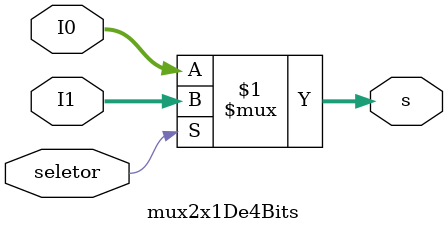
<source format=v>
/*
	Multiplexador 2x1 de 4-Bits
	Descreva o circuito correspondente a um multiplexador 2x1 em Verilog utilizando
	a abordagem por fluxo de dados e utilizando atribuição condicional
*/
module mux2x1De4Bits(input seletor, input [3:0] I0,I1, output [3:0] s);
		assign s = seletor ? I1 : I0;
endmodule

</source>
